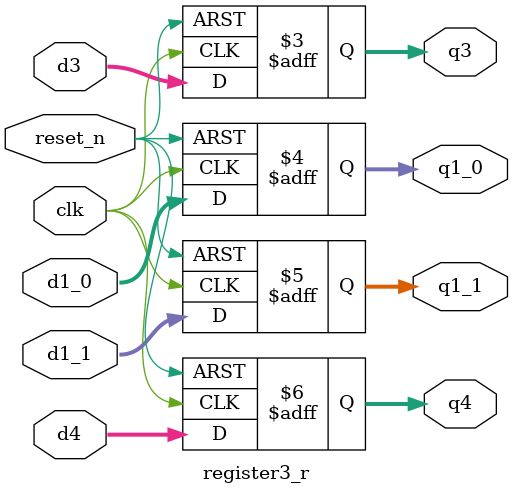
<source format=v>

module register3_r(clk, reset_n,d4,d3,d1_0,d1_1, q4,q3,q1_0,q1_1);
  // 3-bit Register
  // Inputs: clock (clk), active-low asynchronous reset (reset_n),
  //         data input (d)
  // Output: registered data output (q)

  input clk, reset_n;
  input [2:0] d3,d1_0,d1_1;
  input [3:0] d4;


	output reg [2:0] q3,q1_0,q1_1;
	output reg [3:0] q4;

	
  always @(posedge clk or negedge reset_n )
  begin
    if (reset_n == 0)begin 
      q4 <= 4'b0;
		q3 <= 3'b0;
		q1_0 <= 3'b0;
		q1_1 <= 3'b111;

		end
	 else begin
      q4 <= d4;
		q3 <= d3;
		q1_0 <= d1_0;
		q1_1 <= d1_1;

		end
  end
  
endmodule


</source>
